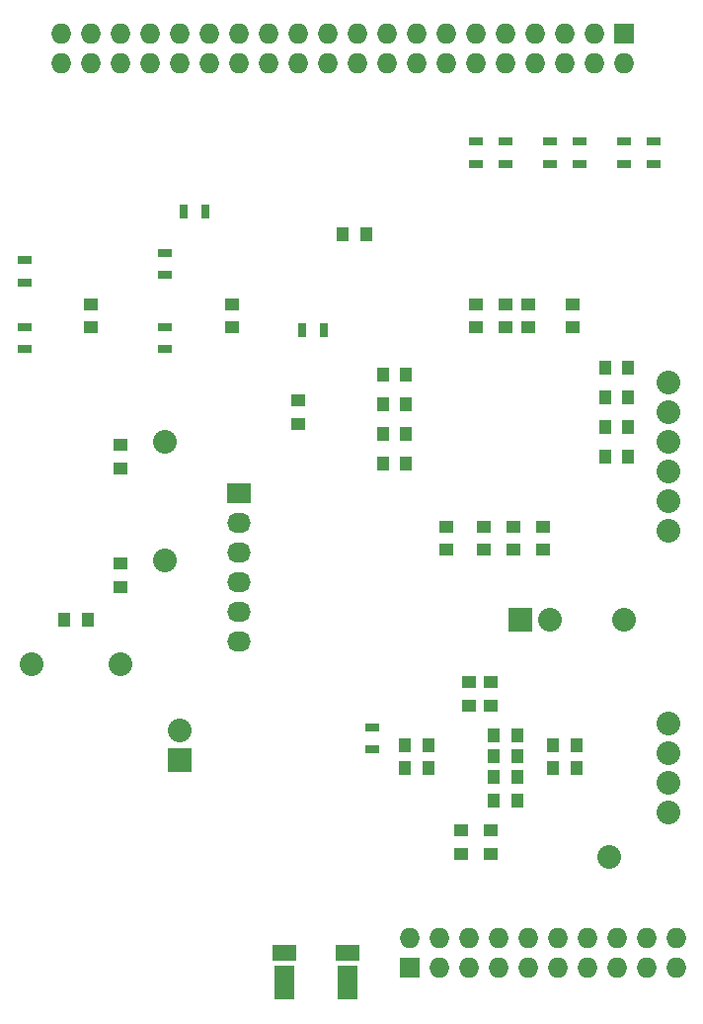
<source format=gbs>
G04 #@! TF.FileFunction,Soldermask,Bot*
%FSLAX46Y46*%
G04 Gerber Fmt 4.6, Leading zero omitted, Abs format (unit mm)*
G04 Created by KiCad (PCBNEW (2015-03-27 BZR 5543)-product) date Tue 31 Mar 2015 12:00:07 AM EDT*
%MOMM*%
G01*
G04 APERTURE LIST*
%ADD10C,0.100000*%
%ADD11R,1.000000X1.250000*%
%ADD12R,1.250000X1.000000*%
%ADD13R,2.000000X1.460000*%
%ADD14R,1.778000X3.000000*%
%ADD15R,2.032000X2.032000*%
%ADD16O,2.032000X2.032000*%
%ADD17R,2.032000X1.727200*%
%ADD18O,2.032000X1.727200*%
%ADD19R,1.727200X1.727200*%
%ADD20O,1.727200X1.727200*%
%ADD21R,0.700000X1.300000*%
%ADD22R,1.300000X0.700000*%
G04 APERTURE END LIST*
D10*
D11*
X54975000Y-39370000D03*
X52975000Y-39370000D03*
X8620000Y-53340000D03*
X6620000Y-53340000D03*
D12*
X43180000Y-58690000D03*
X43180000Y-60690000D03*
D11*
X33925000Y-40005000D03*
X35925000Y-40005000D03*
X35830000Y-66040000D03*
X37830000Y-66040000D03*
D12*
X47625000Y-47355000D03*
X47625000Y-45355000D03*
X40640000Y-73390000D03*
X40640000Y-71390000D03*
D11*
X50530000Y-66040000D03*
X48530000Y-66040000D03*
X33925000Y-32385000D03*
X35925000Y-32385000D03*
X54975000Y-31750000D03*
X52975000Y-31750000D03*
D12*
X11430000Y-48530000D03*
X11430000Y-50530000D03*
D11*
X30496000Y-20320000D03*
X32496000Y-20320000D03*
D12*
X26670000Y-34560000D03*
X26670000Y-36560000D03*
X20955000Y-26305000D03*
X20955000Y-28305000D03*
D11*
X33925000Y-34925000D03*
X35925000Y-34925000D03*
X54975000Y-34290000D03*
X52975000Y-34290000D03*
D12*
X11430000Y-38370000D03*
X11430000Y-40370000D03*
X44450000Y-26305000D03*
X44450000Y-28305000D03*
X45085000Y-47355000D03*
X45085000Y-45355000D03*
X42545000Y-47355000D03*
X42545000Y-45355000D03*
D11*
X33925000Y-37465000D03*
X35925000Y-37465000D03*
D12*
X46355000Y-26305000D03*
X46355000Y-28305000D03*
D11*
X54975000Y-36830000D03*
X52975000Y-36830000D03*
D12*
X41910000Y-26305000D03*
X41910000Y-28305000D03*
X39370000Y-47355000D03*
X39370000Y-45355000D03*
X8890000Y-26305000D03*
X8890000Y-28305000D03*
D11*
X43450000Y-66802000D03*
X45450000Y-66802000D03*
D12*
X50165000Y-26305000D03*
X50165000Y-28305000D03*
D11*
X43450000Y-65024000D03*
X45450000Y-65024000D03*
X50530000Y-64135000D03*
X48530000Y-64135000D03*
X43450000Y-63246000D03*
X45450000Y-63246000D03*
D12*
X43180000Y-73390000D03*
X43180000Y-71390000D03*
D11*
X43450000Y-68834000D03*
X45450000Y-68834000D03*
D12*
X41275000Y-58690000D03*
X41275000Y-60690000D03*
D11*
X35830000Y-64135000D03*
X37830000Y-64135000D03*
D13*
X25464200Y-81857000D03*
X30873000Y-81857000D03*
D14*
X25443600Y-84387000D03*
X30893600Y-84387000D03*
D15*
X16510000Y-65405000D03*
D16*
X16510000Y-62865000D03*
X11430000Y-57150000D03*
X15240000Y-48260000D03*
X3810000Y-57150000D03*
X58420000Y-43180000D03*
X58420000Y-45720000D03*
X58420000Y-38100000D03*
X58420000Y-40640000D03*
X58420000Y-33020000D03*
X58420000Y-35560000D03*
X15240000Y-38100000D03*
X54610000Y-53340000D03*
D17*
X21590000Y-42545000D03*
D18*
X21590000Y-45085000D03*
X21590000Y-47625000D03*
X21590000Y-50165000D03*
X21590000Y-52705000D03*
X21590000Y-55245000D03*
D19*
X54610000Y-3175000D03*
D20*
X54610000Y-5715000D03*
X52070000Y-3175000D03*
X52070000Y-5715000D03*
X49530000Y-3175000D03*
X49530000Y-5715000D03*
X46990000Y-3175000D03*
X46990000Y-5715000D03*
X44450000Y-3175000D03*
X44450000Y-5715000D03*
X41910000Y-3175000D03*
X41910000Y-5715000D03*
X39370000Y-3175000D03*
X39370000Y-5715000D03*
X36830000Y-3175000D03*
X36830000Y-5715000D03*
X34290000Y-3175000D03*
X34290000Y-5715000D03*
X31750000Y-3175000D03*
X31750000Y-5715000D03*
X29210000Y-3175000D03*
X29210000Y-5715000D03*
X26670000Y-3175000D03*
X26670000Y-5715000D03*
X24130000Y-3175000D03*
X24130000Y-5715000D03*
X21590000Y-3175000D03*
X21590000Y-5715000D03*
X19050000Y-3175000D03*
X19050000Y-5715000D03*
X16510000Y-3175000D03*
X16510000Y-5715000D03*
X13970000Y-3175000D03*
X13970000Y-5715000D03*
X11430000Y-3175000D03*
X11430000Y-5715000D03*
X8890000Y-3175000D03*
X8890000Y-5715000D03*
X6350000Y-3175000D03*
X6350000Y-5715000D03*
D16*
X53340000Y-73660000D03*
D19*
X36195000Y-83185000D03*
D20*
X36195000Y-80645000D03*
X38735000Y-83185000D03*
X38735000Y-80645000D03*
X41275000Y-83185000D03*
X41275000Y-80645000D03*
X43815000Y-83185000D03*
X43815000Y-80645000D03*
X46355000Y-83185000D03*
X46355000Y-80645000D03*
X48895000Y-83185000D03*
X48895000Y-80645000D03*
X51435000Y-83185000D03*
X51435000Y-80645000D03*
X53975000Y-83185000D03*
X53975000Y-80645000D03*
X56515000Y-83185000D03*
X56515000Y-80645000D03*
X59055000Y-83185000D03*
X59055000Y-80645000D03*
D16*
X58420000Y-69850000D03*
X58420000Y-67310000D03*
X58420000Y-64770000D03*
X58420000Y-62230000D03*
D15*
X45720000Y-53340000D03*
D16*
X48260000Y-53340000D03*
D21*
X16830000Y-18415000D03*
X18730000Y-18415000D03*
D22*
X50800000Y-14285000D03*
X50800000Y-12385000D03*
X48260000Y-14285000D03*
X48260000Y-12385000D03*
X57150000Y-14285000D03*
X57150000Y-12385000D03*
X44450000Y-14285000D03*
X44450000Y-12385000D03*
X54610000Y-14285000D03*
X54610000Y-12385000D03*
X41910000Y-14285000D03*
X41910000Y-12385000D03*
X15240000Y-23810000D03*
X15240000Y-21910000D03*
X3175000Y-30160000D03*
X3175000Y-28260000D03*
X3175000Y-22545000D03*
X3175000Y-24445000D03*
D21*
X26990000Y-28575000D03*
X28890000Y-28575000D03*
D22*
X15240000Y-30160000D03*
X15240000Y-28260000D03*
X33020000Y-64450000D03*
X33020000Y-62550000D03*
M02*

</source>
